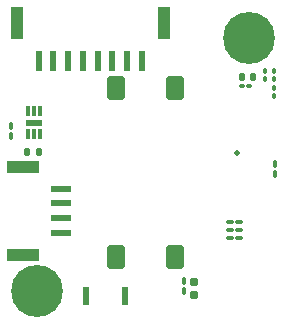
<source format=gbr>
%TF.GenerationSoftware,KiCad,Pcbnew,9.0.6-rc1*%
%TF.CreationDate,2025-12-21T23:59:12+01:00*%
%TF.ProjectId,PCB_PAPI,5043425f-5041-4504-992e-6b696361645f,rev?*%
%TF.SameCoordinates,Original*%
%TF.FileFunction,Soldermask,Bot*%
%TF.FilePolarity,Negative*%
%FSLAX46Y46*%
G04 Gerber Fmt 4.6, Leading zero omitted, Abs format (unit mm)*
G04 Created by KiCad (PCBNEW 9.0.6-rc1) date 2025-12-21 23:59:12*
%MOMM*%
%LPD*%
G01*
G04 APERTURE LIST*
G04 Aperture macros list*
%AMRoundRect*
0 Rectangle with rounded corners*
0 $1 Rounding radius*
0 $2 $3 $4 $5 $6 $7 $8 $9 X,Y pos of 4 corners*
0 Add a 4 corners polygon primitive as box body*
4,1,4,$2,$3,$4,$5,$6,$7,$8,$9,$2,$3,0*
0 Add four circle primitives for the rounded corners*
1,1,$1+$1,$2,$3*
1,1,$1+$1,$4,$5*
1,1,$1+$1,$6,$7*
1,1,$1+$1,$8,$9*
0 Add four rect primitives between the rounded corners*
20,1,$1+$1,$2,$3,$4,$5,0*
20,1,$1+$1,$4,$5,$6,$7,0*
20,1,$1+$1,$6,$7,$8,$9,0*
20,1,$1+$1,$8,$9,$2,$3,0*%
G04 Aperture macros list end*
%ADD10R,1.700000X0.600000*%
%ADD11R,2.700000X1.000000*%
%ADD12R,0.600000X1.700000*%
%ADD13R,1.000000X2.700000*%
%ADD14C,0.700000*%
%ADD15C,4.400000*%
%ADD16C,0.500000*%
%ADD17RoundRect,0.140000X0.140000X0.170000X-0.140000X0.170000X-0.140000X-0.170000X0.140000X-0.170000X0*%
%ADD18RoundRect,0.100000X0.100000X-0.130000X0.100000X0.130000X-0.100000X0.130000X-0.100000X-0.130000X0*%
%ADD19R,0.300000X0.850000*%
%ADD20R,1.420000X0.610000*%
%ADD21RoundRect,0.100000X-0.100000X0.130000X-0.100000X-0.130000X0.100000X-0.130000X0.100000X0.130000X0*%
%ADD22RoundRect,0.155000X-0.155000X0.212500X-0.155000X-0.212500X0.155000X-0.212500X0.155000X0.212500X0*%
%ADD23RoundRect,0.140000X-0.140000X-0.170000X0.140000X-0.170000X0.140000X0.170000X-0.140000X0.170000X0*%
%ADD24RoundRect,0.100000X-0.100000X0.217500X-0.100000X-0.217500X0.100000X-0.217500X0.100000X0.217500X0*%
%ADD25RoundRect,0.100000X-0.130000X-0.100000X0.130000X-0.100000X0.130000X0.100000X-0.130000X0.100000X0*%
%ADD26RoundRect,0.100000X0.100000X-0.217500X0.100000X0.217500X-0.100000X0.217500X-0.100000X-0.217500X0*%
%ADD27RoundRect,0.100000X0.217500X0.100000X-0.217500X0.100000X-0.217500X-0.100000X0.217500X-0.100000X0*%
%ADD28R,0.550000X1.500000*%
%ADD29RoundRect,0.250000X-0.500000X0.750000X-0.500000X-0.750000X0.500000X-0.750000X0.500000X0.750000X0*%
G04 APERTURE END LIST*
D10*
%TO.C,J3*%
X160325000Y-81175000D03*
X160325000Y-79925000D03*
X160325000Y-78675000D03*
X160325000Y-77425000D03*
D11*
X157125000Y-83025000D03*
X157125000Y-75575000D03*
%TD*%
D12*
%TO.C,J1*%
X158475000Y-66650000D03*
X159725000Y-66650000D03*
X160975000Y-66650000D03*
X162225000Y-66650000D03*
X163475000Y-66650000D03*
X164725000Y-66650000D03*
X165975000Y-66650000D03*
X167225000Y-66650000D03*
D13*
X156625000Y-63450000D03*
X169075000Y-63450000D03*
%TD*%
D14*
%TO.C,H2*%
X156650000Y-86125000D03*
X157133274Y-84958274D03*
X157133274Y-87291726D03*
X158300000Y-84475000D03*
D15*
X158300000Y-86125000D03*
D14*
X158300000Y-87775000D03*
X159466726Y-84958274D03*
X159466726Y-87291726D03*
X159950000Y-86125000D03*
%TD*%
D16*
%TO.C,MK2*%
X175290000Y-74425000D03*
%TD*%
D14*
%TO.C,H1*%
X174675000Y-64650000D03*
X175158274Y-63483274D03*
X175158274Y-65816726D03*
X176325000Y-63000000D03*
D15*
X176325000Y-64650000D03*
D14*
X176325000Y-66300000D03*
X177491726Y-63483274D03*
X177491726Y-65816726D03*
X177975000Y-64650000D03*
%TD*%
D17*
%TO.C,C2*%
X158480000Y-74350000D03*
X157520000Y-74350000D03*
%TD*%
D18*
%TO.C,R30*%
X178425000Y-69570000D03*
X178425000Y-68930000D03*
%TD*%
D19*
%TO.C,IC5*%
X157600000Y-70900000D03*
X158100000Y-70900000D03*
X158600000Y-70900000D03*
X158600000Y-72800000D03*
X158100000Y-72800000D03*
X157600000Y-72800000D03*
D20*
X158100000Y-71850000D03*
%TD*%
D21*
%TO.C,R31*%
X178415000Y-67505000D03*
X178415000Y-68145000D03*
%TD*%
D22*
%TO.C,C62*%
X171650000Y-85300000D03*
X171650000Y-86435000D03*
%TD*%
D23*
%TO.C,C45*%
X175695000Y-67950000D03*
X176655000Y-67950000D03*
%TD*%
D24*
%TO.C,C65*%
X170800000Y-85292500D03*
X170800000Y-86107500D03*
%TD*%
D25*
%TO.C,C44*%
X175680000Y-68775000D03*
X176320000Y-68775000D03*
%TD*%
D26*
%TO.C,C30*%
X178500000Y-76175000D03*
X178500000Y-75360000D03*
%TD*%
D27*
%TO.C,R36*%
X175450000Y-80950000D03*
X174635000Y-80950000D03*
%TD*%
%TO.C,R15*%
X175450000Y-80225000D03*
X174635000Y-80225000D03*
%TD*%
D28*
%TO.C,SW1*%
X162500000Y-86550000D03*
X165750000Y-86550000D03*
%TD*%
D26*
%TO.C,R17*%
X156100000Y-72957500D03*
X156100000Y-72142500D03*
%TD*%
D27*
%TO.C,C71*%
X175450000Y-81650000D03*
X174635000Y-81650000D03*
%TD*%
D29*
%TO.C,SW2*%
X165000000Y-68900000D03*
X165000000Y-83200000D03*
X170000000Y-68900000D03*
X170000000Y-83200000D03*
%TD*%
D18*
%TO.C,R32*%
X177675000Y-68150000D03*
X177675000Y-67510000D03*
%TD*%
M02*

</source>
